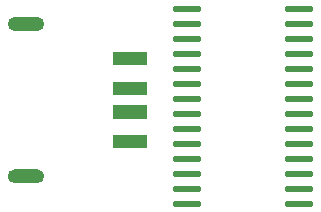
<source format=gbp>
G04 Layer: BottomPasteMaskLayer*
G04 EasyEDA Pro v2.2.28.1, 2024-10-19 22:50:09*
G04 Gerber Generator version 0.3*
G04 Scale: 100 percent, Rotated: No, Reflected: No*
G04 Dimensions in millimeters*
G04 Leading zeros omitted, absolute positions, 3 integers and 5 decimals*
%FSLAX35Y35*%
%MOMM*%
%ADD10O,2.38801X0.57399*%
G75*


G04 PolygonModel Start*
G36*
G01X1805501Y6494978D02*
G03X1805501Y6614978I0J60000D01*
G01X1615498Y6614978D01*
G03X1615498Y6494978I0J-60000D01*
G01X1805501Y6494978D01*
G37*
G36*
G01X1805501Y7784993D02*
G03X1805501Y7904993I0J60000D01*
G01X1615498Y7904993D01*
G03X1615498Y7784993I0J-60000D01*
G01X1805501Y7784993D01*
G37*
G36*
G01X2733492Y7493986D02*
G01X2733492Y7605984D01*
G01X2445492Y7605984D01*
G01X2445492Y7493986D01*
G01X2733492Y7493986D01*
G37*
G36*
G01X2733492Y7243986D02*
G01X2733492Y7355985D01*
G01X2445492Y7355985D01*
G01X2445492Y7243986D01*
G01X2733492Y7243986D01*
G37*
G36*
G01X2733492Y7043986D02*
G01X2733492Y7155985D01*
G01X2445492Y7155985D01*
G01X2445492Y7043986D01*
G01X2733492Y7043986D01*
G37*
G36*
G01X2733492Y6793987D02*
G01X2733492Y6905986D01*
G01X2445492Y6905986D01*
G01X2445492Y6793987D01*
G01X2733492Y6793987D01*
G37*

G04 Pad Start*
G54D10*
G01X3075610Y6324473D03*
G01X3075610Y6451473D03*
G01X3075610Y6578473D03*
G01X3075610Y6705473D03*
G01X3075610Y6832473D03*
G01X3075610Y6959473D03*
G01X3075610Y7086473D03*
G01X3075610Y7213473D03*
G01X3075610Y7340473D03*
G01X3075610Y7467473D03*
G01X3075610Y7594473D03*
G01X3075610Y7721473D03*
G01X3075610Y7848473D03*
G01X3075610Y7975473D03*
G01X4024376Y6324473D03*
G01X4024376Y6451473D03*
G01X4024376Y6578473D03*
G01X4024376Y6705473D03*
G01X4024376Y6832473D03*
G01X4024376Y6959473D03*
G01X4024376Y7086473D03*
G01X4024376Y7213473D03*
G01X4024376Y7340473D03*
G01X4024376Y7467473D03*
G01X4024376Y7594473D03*
G01X4024376Y7721473D03*
G01X4024376Y7848473D03*
G01X4024376Y7975473D03*
G04 Pad End*

M02*


</source>
